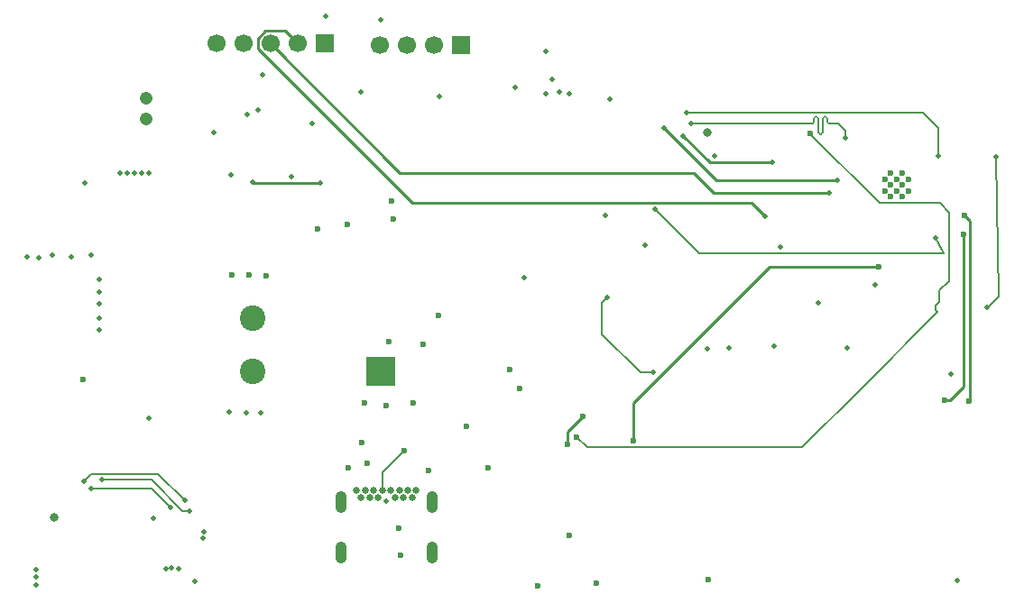
<source format=gbr>
%TF.GenerationSoftware,KiCad,Pcbnew,9.0.3*%
%TF.CreationDate,2025-09-14T19:53:38+05:30*%
%TF.ProjectId,ESP32 IOT,45535033-3220-4494-9f54-2e6b69636164,rev?*%
%TF.SameCoordinates,Original*%
%TF.FileFunction,Copper,L4,Bot*%
%TF.FilePolarity,Positive*%
%FSLAX46Y46*%
G04 Gerber Fmt 4.6, Leading zero omitted, Abs format (unit mm)*
G04 Created by KiCad (PCBNEW 9.0.3) date 2025-09-14 19:53:38*
%MOMM*%
%LPD*%
G01*
G04 APERTURE LIST*
%TA.AperFunction,HeatsinkPad*%
%ADD10C,0.600000*%
%TD*%
%TA.AperFunction,ComponentPad*%
%ADD11C,0.600000*%
%TD*%
%TA.AperFunction,SMDPad,CuDef*%
%ADD12R,2.800000X2.800000*%
%TD*%
%TA.AperFunction,ComponentPad*%
%ADD13C,2.400000*%
%TD*%
%TA.AperFunction,ComponentPad*%
%ADD14R,1.700000X1.700000*%
%TD*%
%TA.AperFunction,ComponentPad*%
%ADD15C,1.700000*%
%TD*%
%TA.AperFunction,ComponentPad*%
%ADD16C,0.650000*%
%TD*%
%TA.AperFunction,ComponentPad*%
%ADD17O,1.050000X2.100000*%
%TD*%
%TA.AperFunction,ComponentPad*%
%ADD18C,1.208000*%
%TD*%
%TA.AperFunction,ViaPad*%
%ADD19C,0.600000*%
%TD*%
%TA.AperFunction,ViaPad*%
%ADD20C,0.500000*%
%TD*%
%TA.AperFunction,ViaPad*%
%ADD21C,0.800000*%
%TD*%
%TA.AperFunction,Conductor*%
%ADD22C,0.254000*%
%TD*%
%TA.AperFunction,Conductor*%
%ADD23C,0.200000*%
%TD*%
G04 APERTURE END LIST*
D10*
%TO.P,U3,19,GND*%
%TO.N,GND*%
X207154600Y-79341800D03*
X207154600Y-80441800D03*
X207704600Y-78791800D03*
X207704600Y-79891800D03*
X207704600Y-80991800D03*
X208254600Y-79341800D03*
X208254600Y-80441800D03*
X208804600Y-78791800D03*
X208804600Y-79891800D03*
X208804600Y-80991800D03*
X209354600Y-79341800D03*
X209354600Y-80441800D03*
%TD*%
D11*
%TO.P,U8,21,GND*%
%TO.N,GND*%
X159816800Y-97877200D03*
X159366800Y-97427200D03*
X159816800Y-97427200D03*
D12*
X159816800Y-97427200D03*
D11*
X160266800Y-97427200D03*
X159816800Y-96977200D03*
%TD*%
D13*
%TO.P,F1,1*%
%TO.N,/+5V_USB*%
X147828000Y-97383600D03*
%TO.P,F1,2*%
%TO.N,/VBUS*%
X147828000Y-92383600D03*
%TD*%
D14*
%TO.P,J5,1,Pin_1*%
%TO.N,+3.3V*%
X154584400Y-66598800D03*
D15*
%TO.P,J5,2,Pin_2*%
%TO.N,/ESP32-C3-02/GPIO8*%
X152044400Y-66598800D03*
%TO.P,J5,3,Pin_3*%
%TO.N,/ESP32-C3-02/GPIO18*%
X149504400Y-66598800D03*
%TO.P,J5,4,Pin_4*%
%TO.N,/ESP32-C3-02/GPIO19*%
X146964400Y-66598800D03*
%TO.P,J5,5,Pin_5*%
%TO.N,GND*%
X144424400Y-66598800D03*
%TD*%
D14*
%TO.P,J4,1,Pin_1*%
%TO.N,+3.3V*%
X167386000Y-66751200D03*
D15*
%TO.P,J4,2,Pin_2*%
%TO.N,/ESP32-C3-02/SDA*%
X164846000Y-66751200D03*
%TO.P,J4,3,Pin_3*%
%TO.N,/ESP32-C3-02/SCL*%
X162306000Y-66751200D03*
%TO.P,J4,4,Pin_4*%
%TO.N,GND*%
X159766000Y-66751200D03*
%TD*%
D16*
%TO.P,J1,B1,GNDB1*%
%TO.N,GND*%
X163179600Y-108539600D03*
%TO.P,J1,B2,SSTXP2*%
%TO.N,unconnected-(J1-SSTXP2-PadB2)*%
X162779600Y-109249600D03*
%TO.P,J1,B3,SSTXN2*%
%TO.N,unconnected-(J1-SSTXN2-PadB3)*%
X161979600Y-109249600D03*
%TO.P,J1,B4,VBUSB1*%
%TO.N,/VBUS*%
X161579600Y-108539600D03*
%TO.P,J1,B5,CC2*%
%TO.N,Net-(J1-CC2)*%
X161179600Y-109249600D03*
%TO.P,J1,B6,DP2*%
%TO.N,/USB_DP*%
X160779600Y-108539600D03*
%TO.P,J1,B7,DN2*%
%TO.N,/USB_DN*%
X159979600Y-108539600D03*
%TO.P,J1,B8,SBU2*%
%TO.N,unconnected-(J1-SBU2-PadB8)*%
X159579600Y-109249600D03*
%TO.P,J1,B9,VBUSB2*%
%TO.N,/VBUS*%
X159179600Y-108539600D03*
%TO.P,J1,B10,SSRXN1*%
%TO.N,unconnected-(J1-SSRXN1-PadB10)*%
X158779600Y-109249600D03*
%TO.P,J1,B11,SSRXP1*%
%TO.N,unconnected-(J1-SSRXP1-PadB11)*%
X157979600Y-109249600D03*
%TO.P,J1,B12,GNDB2*%
%TO.N,GND*%
X157579600Y-108539600D03*
%TO.P,J1,G1,GND/SHIELD*%
X162379600Y-108539600D03*
%TO.P,J1,G2,GND/SHIELD*%
X158379600Y-108539600D03*
D17*
%TO.P,J1,S1,GND/SHIELD*%
X156109600Y-109689600D03*
%TO.P,J1,S2,GND/SHIELD*%
X164649600Y-109689600D03*
%TO.P,J1,S3,GND/SHIELD*%
X156109600Y-114419600D03*
%TO.P,J1,S4,GND/SHIELD*%
X164649600Y-114419600D03*
%TD*%
D18*
%TO.P,MK1,GND*%
%TO.N,GND*%
X137820400Y-73660000D03*
%TO.P,MK1,OUT*%
%TO.N,Net-(U7-IN+)*%
X137820400Y-71760000D03*
%TD*%
D19*
%TO.N,/+5V_USB*%
X131876800Y-98145600D03*
%TO.N,/VBUS*%
X149098000Y-88392000D03*
X147472400Y-88290400D03*
X145897600Y-88341200D03*
D20*
%TO.N,*%
X148590000Y-101244400D03*
X147218400Y-101244400D03*
X145643600Y-101193600D03*
D19*
%TO.N,/VBUS*%
X158572200Y-105994200D03*
D20*
%TO.N,GND*%
X191160400Y-77114400D03*
X130810000Y-86612100D03*
D19*
X167894000Y-102514400D03*
D20*
X127508000Y-116025300D03*
D21*
X129204000Y-111117300D03*
D19*
X158343600Y-100330000D03*
D20*
X151434800Y-79095600D03*
X145796000Y-78892400D03*
X177495200Y-71272400D03*
X157988000Y-71120000D03*
D19*
X164287200Y-106680000D03*
X163804600Y-94869000D03*
D20*
X192557400Y-95173800D03*
X165354000Y-71577200D03*
D19*
X174548800Y-117500400D03*
D20*
X133400800Y-93520900D03*
X213360000Y-97637600D03*
X127508000Y-116685700D03*
X184607200Y-85496400D03*
X196723000Y-95021400D03*
X138482800Y-111199300D03*
X159816800Y-64363600D03*
X190474600Y-95275400D03*
D19*
X160985200Y-83108800D03*
X172897800Y-99034600D03*
X156819600Y-106476800D03*
D20*
X133400800Y-91031700D03*
D19*
X171958000Y-97180400D03*
X177546000Y-112826800D03*
D20*
X133400800Y-88796500D03*
D19*
X161721800Y-114630200D03*
D20*
X153416000Y-74117200D03*
X133400800Y-92403300D03*
D19*
X190601600Y-116941600D03*
D20*
X132638800Y-86459700D03*
X138074400Y-101803200D03*
X175941200Y-69921600D03*
X213918800Y-116992400D03*
X142394400Y-117142900D03*
X126644400Y-86612100D03*
X127508000Y-117447700D03*
X197365800Y-85691800D03*
D19*
X180035200Y-117246400D03*
D20*
X148285200Y-72847200D03*
X144170400Y-74930000D03*
D19*
X160375600Y-100584000D03*
D20*
X129032000Y-86510500D03*
X133400800Y-89914100D03*
X132029200Y-79705200D03*
D19*
X161493200Y-112115600D03*
D20*
X127711200Y-86713700D03*
D19*
X160566800Y-94589600D03*
D20*
X173278800Y-88544400D03*
X203606400Y-95148400D03*
D19*
%TO.N,+3.3V*%
X165252400Y-92100400D03*
D20*
X176631600Y-71170800D03*
D19*
X162915600Y-100330000D03*
D20*
X206248000Y-89255600D03*
X175361600Y-71272400D03*
X200914000Y-90932000D03*
D19*
X156667200Y-83616800D03*
D21*
X190449200Y-74930000D03*
D20*
X138036300Y-78738100D03*
X175361600Y-67360800D03*
X137363200Y-78738100D03*
X181356000Y-71831200D03*
X154635200Y-64058800D03*
X135343900Y-78738100D03*
X172466000Y-70713600D03*
X136017000Y-78738100D03*
D19*
X153873200Y-83972400D03*
D20*
X148742400Y-69494400D03*
X180949600Y-82753200D03*
X147269200Y-73253600D03*
X136690100Y-78738100D03*
D19*
X160832800Y-81381600D03*
X169926000Y-106476800D03*
D20*
%TO.N,/+5V_USB*%
X143205200Y-112469300D03*
X139649200Y-115923700D03*
X140870400Y-115923700D03*
X140159200Y-115872900D03*
X143154400Y-113028100D03*
%TO.N,/ESP32-C3-02/MIC_OUT*%
X188231025Y-75302625D03*
X196545200Y-77774800D03*
D19*
%TO.N,/ESP32-C3-02/BOOT*%
X206552800Y-87579200D03*
X183540400Y-103936800D03*
%TO.N,/ESP32-C3-02/EN*%
X200152000Y-75031600D03*
X178206400Y-103530400D03*
%TO.N,/USB_DP*%
X158089600Y-104089200D03*
D20*
X160324800Y-109575600D03*
D19*
%TO.N,/USB_DN*%
X162052000Y-104800400D03*
D20*
%TO.N,/ESP32-C3-02/CD_SD*%
X217576400Y-77266800D03*
X216712800Y-91389200D03*
%TO.N,/ESP32-C3-02/MOSI_DI*%
X181102000Y-90424000D03*
X185420000Y-97485200D03*
%TO.N,/ESP32-C3-02/SCL*%
X212191600Y-77114400D03*
X188569600Y-73050400D03*
%TO.N,/ESP32-C3-02/SDA*%
X188925200Y-74117200D03*
X203454000Y-75488800D03*
%TO.N,/ESP32-C3-02/GPIO18*%
X201955400Y-80645000D03*
%TO.N,/ESP32-C3-02/GPIO8*%
X195884800Y-82804000D03*
%TO.N,/ESP32-C3-02/GPIO19*%
X202641200Y-79451200D03*
X186385200Y-74523600D03*
D19*
%TO.N,/ESP32-C3-02/RTS*%
X178816000Y-101650800D03*
X177393600Y-104241600D03*
D20*
%TO.N,/CHARGING_POWER_GOOD*%
X141429200Y-109522900D03*
X131978400Y-107694100D03*
%TO.N,/CHARGED*%
X132689600Y-108405300D03*
X140149200Y-110193300D03*
%TO.N,/CHARGING*%
X141886400Y-110488100D03*
X133654800Y-107592500D03*
%TO.N,/ESP32-C3-02/CS*%
X185572400Y-82143600D03*
X211886800Y-84886800D03*
D19*
%TO.N,/ESP32-C3-02/TX_RX*%
X214604600Y-82727800D03*
X215036400Y-100177600D03*
%TO.N,/ESP32-C3-02/RX_TX*%
X214528400Y-84480400D03*
X212750400Y-100076000D03*
D20*
%TO.N,Net-(U7-IN-)*%
X147800379Y-79631221D03*
X154203942Y-79673600D03*
%TD*%
D22*
%TO.N,/ESP32-C3-02/MIC_OUT*%
X190703200Y-77774800D02*
X196545200Y-77774800D01*
X188231025Y-75302625D02*
X190703200Y-77774800D01*
%TO.N,/ESP32-C3-02/BOOT*%
X183540400Y-100330000D02*
X196291200Y-87579200D01*
X196291200Y-87579200D02*
X206552800Y-87579200D01*
X183540400Y-103936800D02*
X183540400Y-100330000D01*
D23*
%TO.N,/ESP32-C3-02/EN*%
X179213800Y-104537800D02*
X178206400Y-103530400D01*
X212106784Y-91829616D02*
X211945400Y-91668232D01*
X200152000Y-75082400D02*
X200152000Y-75031600D01*
X204851000Y-99085400D02*
X212106784Y-91829616D01*
X211945400Y-91668232D02*
X211945400Y-91211768D01*
X207953543Y-81592800D02*
X207455657Y-81592800D01*
X211945400Y-91211768D02*
X212268168Y-90889000D01*
X204851000Y-99085400D02*
X199398600Y-104537800D01*
X212293200Y-81584800D02*
X209061543Y-81584800D01*
X209053543Y-81592800D02*
X208555657Y-81592800D01*
X207455657Y-81592800D02*
X207447657Y-81584800D01*
X199398600Y-104537800D02*
X179213800Y-104537800D01*
X212268168Y-90889000D02*
X212268168Y-89788632D01*
X208547657Y-81584800D02*
X207961543Y-81584800D01*
X208555657Y-81592800D02*
X208547657Y-81584800D01*
X207961543Y-81584800D02*
X207953543Y-81592800D01*
X206654400Y-81584800D02*
X200152000Y-75082400D01*
X212268168Y-89788632D02*
X213156800Y-88900000D01*
X209061543Y-81584800D02*
X209053543Y-81592800D01*
X207447657Y-81584800D02*
X206654400Y-81584800D01*
X213156800Y-88900000D02*
X213156800Y-82448400D01*
X213156800Y-82448400D02*
X212293200Y-81584800D01*
%TO.N,/USB_DN*%
X162052000Y-104800400D02*
X159979600Y-106872800D01*
X159979600Y-106872800D02*
X159979600Y-108539600D01*
%TO.N,/ESP32-C3-02/CD_SD*%
X217576400Y-77266800D02*
X217792028Y-90360772D01*
X217792028Y-90360772D02*
X216712800Y-91440000D01*
%TO.N,/ESP32-C3-02/MOSI_DI*%
X180594000Y-90932000D02*
X181102000Y-90424000D01*
X185420000Y-97485200D02*
X184200800Y-97485200D01*
X184200800Y-97485200D02*
X180594000Y-93878400D01*
X180594000Y-93878400D02*
X180594000Y-90932000D01*
%TO.N,/ESP32-C3-02/SCL*%
X210718400Y-73050400D02*
X212191600Y-74523600D01*
X212191600Y-74523600D02*
X212191600Y-77114400D01*
X188569600Y-73050400D02*
X210718400Y-73050400D01*
%TO.N,/ESP32-C3-02/SDA*%
X201715534Y-73627200D02*
X201715534Y-73957200D01*
X200915534Y-73957200D02*
X200915534Y-74117200D01*
X200915534Y-74117200D02*
X200915534Y-74957200D01*
X201955534Y-74117200D02*
X202438000Y-74117200D01*
X200915534Y-73627200D02*
X200915534Y-73957200D01*
X202438000Y-74117200D02*
X202793600Y-74117200D01*
X203454000Y-74777600D02*
X203454000Y-75488800D01*
X201475534Y-73467200D02*
X201555534Y-73467200D01*
X201315534Y-74957200D02*
X201315534Y-74117200D01*
X201075534Y-75117200D02*
X201155534Y-75117200D01*
X201315534Y-74117200D02*
X201315534Y-73957200D01*
X202793600Y-74117200D02*
X203454000Y-74777600D01*
X201315534Y-73957200D02*
X201315534Y-73627200D01*
X200675534Y-73467200D02*
X200755534Y-73467200D01*
X200515534Y-73957200D02*
X200515534Y-73627200D01*
X188925200Y-74117200D02*
X200355534Y-74117200D01*
X201875534Y-74117200D02*
X201955534Y-74117200D01*
X201315534Y-73627200D02*
G75*
G02*
X201475534Y-73467234I159966J0D01*
G01*
X201155534Y-75117200D02*
G75*
G03*
X201315500Y-74957200I-34J160000D01*
G01*
X200755534Y-73467200D02*
G75*
G02*
X200915500Y-73627200I-34J-160000D01*
G01*
X201715534Y-73957200D02*
G75*
G03*
X201875534Y-74117166I159966J0D01*
G01*
X200355534Y-74117200D02*
G75*
G03*
X200515500Y-73957200I-34J160000D01*
G01*
X200515534Y-73627200D02*
G75*
G02*
X200675534Y-73467234I159966J0D01*
G01*
X201555534Y-73467200D02*
G75*
G02*
X201715500Y-73627200I-34J-160000D01*
G01*
X200915534Y-74957200D02*
G75*
G03*
X201075534Y-75117166I159966J0D01*
G01*
D22*
%TO.N,/ESP32-C3-02/GPIO18*%
X191084200Y-80645000D02*
X201955400Y-80645000D01*
X161645600Y-78740000D02*
X189179200Y-78740000D01*
X149504400Y-66598800D02*
X161645600Y-78740000D01*
X189179200Y-78740000D02*
X191084200Y-80645000D01*
%TO.N,/ESP32-C3-02/GPIO8*%
X148326400Y-67086744D02*
X148326400Y-66110856D01*
X150866400Y-65420800D02*
X152044400Y-66598800D01*
X162805256Y-81565600D02*
X148326400Y-67086744D01*
X148326400Y-66110856D02*
X149016456Y-65420800D01*
X149016456Y-65420800D02*
X150866400Y-65420800D01*
X195884800Y-82804000D02*
X194646400Y-81565600D01*
X194646400Y-81565600D02*
X162805256Y-81565600D01*
%TO.N,/ESP32-C3-02/GPIO19*%
X191312800Y-79451200D02*
X202641200Y-79451200D01*
X186385200Y-74523600D02*
X191312800Y-79451200D01*
%TO.N,/ESP32-C3-02/RTS*%
X178816000Y-101650800D02*
X177393600Y-103073200D01*
X177393600Y-103073200D02*
X177393600Y-104241600D01*
D23*
%TO.N,/CHARGING_POWER_GOOD*%
X141429200Y-109522900D02*
X138947800Y-107041500D01*
X132631000Y-107041500D02*
X131978400Y-107694100D01*
X138947800Y-107041500D02*
X132631000Y-107041500D01*
X141429200Y-109692532D02*
X141429200Y-109522900D01*
%TO.N,/CHARGED*%
X138361200Y-108405300D02*
X140149200Y-110193300D01*
X132689600Y-108405300D02*
X138361200Y-108405300D01*
%TO.N,/CHARGING*%
X141886400Y-110488100D02*
X141980200Y-110394300D01*
X141223232Y-110488100D02*
X138327632Y-107592500D01*
X138327632Y-107592500D02*
X133654800Y-107592500D01*
X141886400Y-110488100D02*
X141223232Y-110488100D01*
%TO.N,/ESP32-C3-02/CS*%
X212699600Y-86309200D02*
X189738000Y-86309200D01*
X211886800Y-84886800D02*
X212699600Y-86309200D01*
X189738000Y-86309200D02*
X185572400Y-82143600D01*
D22*
%TO.N,/ESP32-C3-02/TX_RX*%
X215036400Y-100177600D02*
X215156400Y-100057600D01*
X215156400Y-100057600D02*
X215156400Y-83279600D01*
X215156400Y-83279600D02*
X214604600Y-82727800D01*
X214604600Y-82727800D02*
X214579200Y-82702400D01*
%TO.N,/ESP32-C3-02/RX_TX*%
X214528400Y-98806000D02*
X214528400Y-84480400D01*
X212750400Y-100076000D02*
X213258400Y-100076000D01*
X213258400Y-100076000D02*
X214528400Y-98806000D01*
%TO.N,Net-(U7-IN-)*%
X147800379Y-79631221D02*
X147842758Y-79673600D01*
X147842758Y-79673600D02*
X154203942Y-79673600D01*
%TD*%
M02*

</source>
